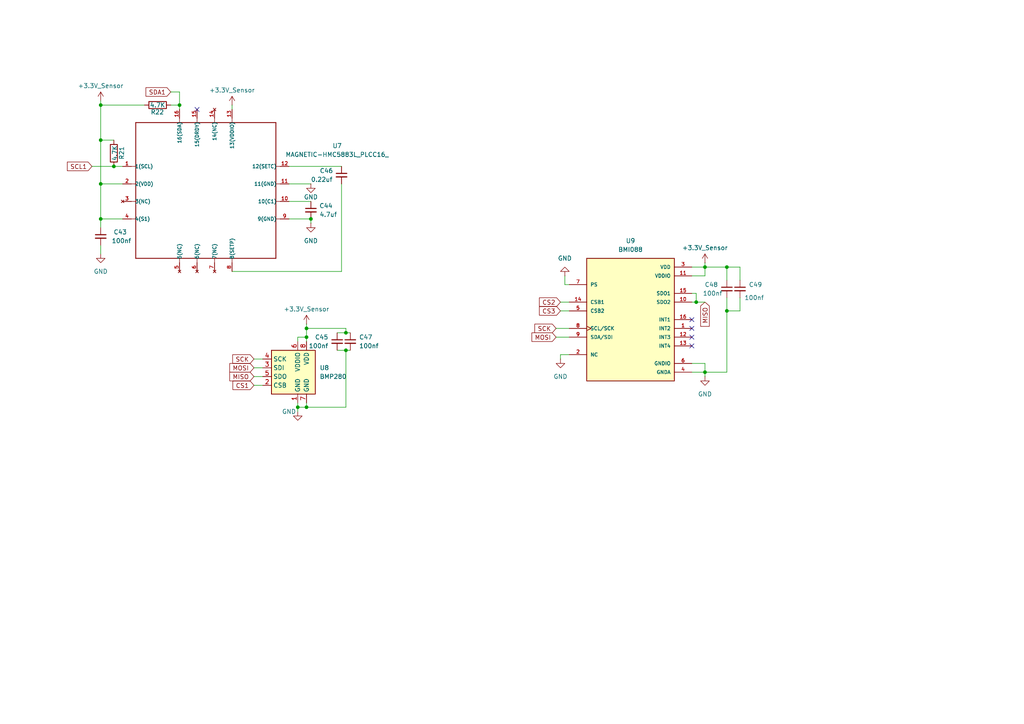
<source format=kicad_sch>
(kicad_sch (version 20231120) (generator "eeschema") (generator_version "8.0")
  (paper "A4")
  (lib_symbols
    (symbol "BMI088:BMI088" (pin_names (offset 1.016))
      (property "Reference" "U" (at -12.7 18.415 0))
      (property "Value" "BMI088" (at -12.7 -20.32 0))
      (symbol "BMI088_0_0"
        (rectangle (start -12.7 -17.78) (end 12.7 17.78) (stroke (width 0.254)) (fill (type background)))
        (pin bidirectional line (at 17.78 -2.54 180) (length 5.08) (name "INT2") (number "1"))
        (pin output line (at 17.78 5.08 180) (length 5.08) (name "SDO2") (number "10"))
        (pin power_in line (at 17.78 12.7 180) (length 5.08) (name "VDDIO") (number "11"))
        (pin bidirectional line (at 17.78 -5.08 180) (length 5.08) (name "INT3") (number "12"))
        (pin bidirectional line (at 17.78 -7.62 180) (length 5.08) (name "INT4") (number "13"))
        (pin input line (at -17.78 5.08 0) (length 5.08) (name "CSB1") (number "14"))
        (pin output line (at 17.78 7.62 180) (length 5.08) (name "SDO1") (number "15"))
        (pin bidirectional line (at 17.78 0 180) (length 5.08) (name "INT1") (number "16"))
        (pin passive line (at -17.78 -10.16 0) (length 5.08) (name "NC") (number "2"))
        (pin power_in line (at 17.78 15.24 180) (length 5.08) (name "VDD") (number "3"))
        (pin power_in line (at 17.78 -15.24 180) (length 5.08) (name "GNDA") (number "4"))
        (pin input line (at -17.78 2.54 0) (length 5.08) (name "CSB2") (number "5"))
        (pin power_in line (at 17.78 -12.7 180) (length 5.08) (name "GNDIO") (number "6"))
        (pin input line (at -17.78 10.16 0) (length 5.08) (name "PS") (number "7"))
        (pin input clock (at -17.78 -2.54 0) (length 5.08) (name "SCL/SCK") (number "8"))
        (pin bidirectional line (at -17.78 -5.08 0) (length 5.08) (name "SDA/SDI") (number "9"))
      )
    )
    (symbol "Device:C_Small" (pin_numbers hide) (pin_names (offset 0.254) hide)
      (property "Reference" "C" (at 0.254 1.778 0))
      (property "Value" "C_Small" (at 0.254 -2.032 0))
      (symbol "C_Small_0_1"
        (polyline (pts (xy -1.524 -0.508) (xy 1.524 -0.508)) (stroke (width 0.3302)))
        (polyline (pts (xy -1.524 0.508) (xy 1.524 0.508)) (stroke (width 0.3048)))
      )
      (symbol "C_Small_1_1"
        (pin passive line (at 0 2.54 270) (length 2.032) (name "~") (number "1"))
        (pin passive line (at 0 -2.54 90) (length 2.032) (name "~") (number "2"))
      )
    )
    (symbol "MAGNETIC-HMC5883L_PLCC16_:MAGNETIC-HMC5883L_PLCC16_" (pin_names (offset 1.016))
      (property "Reference" "U" (at 17.8072 22.8949 0))
      (symbol "MAGNETIC-HMC5883L_PLCC16__0_0"
        (polyline (pts (xy -21.59 -7.62) (xy -20.32 -7.62)) (stroke (width 0.1524)))
        (polyline (pts (xy -21.59 -2.54) (xy -20.32 -2.54)) (stroke (width 0.1524)))
        (polyline (pts (xy -21.59 2.54) (xy -20.32 2.54)) (stroke (width 0.1524)))
        (polyline (pts (xy -21.59 7.62) (xy -20.32 7.62)) (stroke (width 0.1524)))
        (polyline (pts (xy -20.32 -19.05) (xy -7.62 -19.05)) (stroke (width 0.254)))
        (polyline (pts (xy -20.32 -7.62) (xy -20.32 -19.05)) (stroke (width 0.254)))
        (polyline (pts (xy -20.32 -2.54) (xy -20.32 -7.62)) (stroke (width 0.254)))
        (polyline (pts (xy -20.32 2.54) (xy -20.32 -2.54)) (stroke (width 0.254)))
        (polyline (pts (xy -20.32 7.62) (xy -20.32 2.54)) (stroke (width 0.254)))
        (polyline (pts (xy -20.32 20.32) (xy -20.32 7.62)) (stroke (width 0.254)))
        (polyline (pts (xy -7.62 -20.32) (xy -7.62 -19.05)) (stroke (width 0.1524)))
        (polyline (pts (xy -7.62 -19.05) (xy -2.54 -19.05)) (stroke (width 0.254)))
        (polyline (pts (xy -7.62 20.32) (xy -20.32 20.32)) (stroke (width 0.254)))
        (polyline (pts (xy -7.62 20.32) (xy -7.62 21.59)) (stroke (width 0.1524)))
        (polyline (pts (xy -2.54 -20.32) (xy -2.54 -19.05)) (stroke (width 0.1524)))
        (polyline (pts (xy -2.54 -19.05) (xy 2.54 -19.05)) (stroke (width 0.254)))
        (polyline (pts (xy -2.54 20.32) (xy -7.62 20.32)) (stroke (width 0.254)))
        (polyline (pts (xy -2.54 20.32) (xy -2.54 21.59)) (stroke (width 0.1524)))
        (polyline (pts (xy 2.54 -20.32) (xy 2.54 -19.05)) (stroke (width 0.1524)))
        (polyline (pts (xy 2.54 -19.05) (xy 7.62 -19.05)) (stroke (width 0.254)))
        (polyline (pts (xy 2.54 20.32) (xy -2.54 20.32)) (stroke (width 0.254)))
        (polyline (pts (xy 2.54 20.32) (xy 2.54 21.59)) (stroke (width 0.1524)))
        (polyline (pts (xy 7.62 -20.32) (xy 7.62 -19.05)) (stroke (width 0.1524)))
        (polyline (pts (xy 7.62 -19.05) (xy 20.32 -19.05)) (stroke (width 0.254)))
        (polyline (pts (xy 7.62 20.32) (xy 2.54 20.32)) (stroke (width 0.254)))
        (polyline (pts (xy 7.62 20.32) (xy 7.62 21.59)) (stroke (width 0.1524)))
        (polyline (pts (xy 20.32 -19.05) (xy 20.32 -7.62)) (stroke (width 0.254)))
        (polyline (pts (xy 20.32 -7.62) (xy 20.32 -2.54)) (stroke (width 0.254)))
        (polyline (pts (xy 20.32 -7.62) (xy 21.59 -7.62)) (stroke (width 0.1524)))
        (polyline (pts (xy 20.32 -2.54) (xy 20.32 2.54)) (stroke (width 0.254)))
        (polyline (pts (xy 20.32 -2.54) (xy 21.59 -2.54)) (stroke (width 0.1524)))
        (polyline (pts (xy 20.32 2.54) (xy 20.32 7.62)) (stroke (width 0.254)))
        (polyline (pts (xy 20.32 2.54) (xy 21.59 2.54)) (stroke (width 0.1524)))
        (polyline (pts (xy 20.32 7.62) (xy 20.32 20.32)) (stroke (width 0.254)))
        (polyline (pts (xy 20.32 7.62) (xy 21.59 7.62)) (stroke (width 0.1524)))
        (polyline (pts (xy 20.32 20.32) (xy 7.62 20.32)) (stroke (width 0.254)))
        (pin bidirectional line (at -24.13 7.62 0) (length 2.54) (name "1(SCL)") (number "1"))
        (pin bidirectional line (at 24.13 -2.54 180) (length 2.54) (name "10(C1)") (number "10"))
        (pin power_in line (at 24.13 2.54 180) (length 2.54) (name "11(GND)") (number "11"))
        (pin bidirectional line (at 24.13 7.62 180) (length 2.54) (name "12(SETC)") (number "12"))
        (pin power_in line (at 7.62 24.13 270) (length 2.54) (name "13(VDDIO)") (number "13"))
        (pin no_connect line (at 2.54 24.13 270) (length 2.54) (name "14(NC)") (number "14"))
        (pin bidirectional line (at -2.54 24.13 270) (length 2.54) (name "15(DRDY)") (number "15"))
        (pin bidirectional line (at -7.62 24.13 270) (length 2.54) (name "16(SDA)") (number "16"))
        (pin power_in line (at -24.13 2.54 0) (length 2.54) (name "2(VDD)") (number "2"))
        (pin no_connect line (at -24.13 -2.54 0) (length 2.54) (name "3(NC)") (number "3"))
        (pin bidirectional line (at -24.13 -7.62 0) (length 2.54) (name "4(S1)") (number "4"))
        (pin no_connect line (at -7.62 -22.86 90) (length 2.54) (name "5(NC)") (number "5"))
        (pin no_connect line (at -2.54 -22.86 90) (length 2.54) (name "6(NC)") (number "6"))
        (pin no_connect line (at 2.54 -22.86 90) (length 2.54) (name "7(NC)") (number "7"))
        (pin bidirectional line (at 7.62 -22.86 90) (length 2.54) (name "8(SETP)") (number "8"))
        (pin power_in line (at 24.13 -7.62 180) (length 2.54) (name "9(GND)") (number "9"))
      )
    )
    (symbol "PCM_Resistor_AKL:R_0603" (pin_numbers hide) (pin_names (offset 0))
      (property "Reference" "R" (at 2.54 1.27 0))
      (property "Value" "R_0603" (at 2.54 -1.27 0))
      (symbol "R_0603_0_1"
        (rectangle (start -1.016 2.54) (end 1.016 -2.54) (stroke (width 0.254)))
      )
      (symbol "R_0603_0_2"
        (polyline (pts (xy -2.54 -2.54) (xy -1.524 -1.524)))
        (polyline (pts (xy 1.524 1.524) (xy 2.54 2.54)))
        (polyline (pts (xy 1.524 1.524) (xy 0.889 2.159) (xy -2.159 -0.889) (xy -0.889 -2.159) (xy 2.159 0.889) (xy 1.524 1.524)) (stroke (width 0.254)))
      )
      (symbol "R_0603_1_1"
        (pin passive line (at 0 3.81 270) (length 1.27) (name "~") (number "1"))
        (pin passive line (at 0 -3.81 90) (length 1.27) (name "~") (number "2"))
      )
      (symbol "R_0603_1_2"
        (pin passive line (at 2.54 2.54 180) (length 0) (name "") (number "1"))
        (pin passive line (at -2.54 -2.54 0) (length 0) (name "") (number "2"))
      )
    )
    (symbol "Sensor_Pressure:BMP280"
      (property "Reference" "U" (at -7.62 10.16 0))
      (property "Value" "BMP280" (at 5.08 10.16 0))
      (symbol "BMP280_0_1"
        (rectangle (start -7.62 -5.08) (end 5.08 7.62) (stroke (width 0.254)) (fill (type background)))
      )
      (symbol "BMP280_1_1"
        (pin power_in line (at 0 -7.62 90) (length 2.54) (name "GND") (number "1"))
        (pin input line (at -10.16 -2.54 0) (length 2.54) (name "CSB") (number "2"))
        (pin bidirectional line (at -10.16 2.54 0) (length 2.54) (name "SDI") (number "3"))
        (pin input line (at -10.16 5.08 0) (length 2.54) (name "SCK") (number "4"))
        (pin bidirectional line (at -10.16 0 0) (length 2.54) (name "SDO") (number "5"))
        (pin power_in line (at 0 10.16 270) (length 2.54) (name "VDDIO") (number "6"))
        (pin power_in line (at 2.54 -7.62 90) (length 2.54) (name "GND") (number "7"))
        (pin power_in line (at 2.54 10.16 270) (length 2.54) (name "VDD") (number "8"))
      )
    )
    (symbol "power:+3.3V" (power) (pin_numbers hide) (pin_names (offset 0) hide)
      (property "Value" "+3.3V" (at 0 3.556 0))
      (symbol "+3.3V_0_1"
        (polyline (pts (xy -0.762 1.27) (xy 0 2.54)))
        (polyline (pts (xy 0 0) (xy 0 2.54)))
        (polyline (pts (xy 0 2.54) (xy 0.762 1.27)))
      )
      (symbol "+3.3V_1_1"
        (pin power_in line (at 0 0 90) (length 0) (name "~") (number "1"))
      )
    )
    (symbol "power:GND" (power) (pin_numbers hide) (pin_names (offset 0) hide)
      (property "Value" "GND" (at 0 -3.81 0))
      (symbol "GND_0_1"
        (polyline (pts (xy 0 0) (xy 0 -1.27) (xy 1.27 -1.27) (xy 0 -2.54) (xy -1.27 -1.27) (xy 0 -1.27)))
      )
      (symbol "GND_1_1"
        (pin power_in line (at 0 0 270) (length 0) (name "~") (number "1"))
      )
    )
  )
  (junction (at 210.82 77.47))
  (junction (at 29.21 53.34))
  (junction (at 210.82 90.17))
  (junction (at 90.17 63.5))
  (junction (at 29.21 40.64))
  (junction (at 88.9 97.79))
  (junction (at 52.07 30.48))
  (junction (at 86.36 118.11))
  (junction (at 88.9 95.25))
  (junction (at 100.33 101.6))
  (junction (at 204.47 107.95))
  (junction (at 33.02 48.26))
  (junction (at 204.47 77.47))
  (junction (at 29.21 30.48))
  (junction (at 88.9 118.11))
  (junction (at 201.93 87.63))
  (junction (at 100.33 96.52))
  (junction (at 29.21 63.5))
  (no_connect (at 200.66 95.25))
  (no_connect (at 200.66 100.33))
  (no_connect (at 200.66 92.71))
  (no_connect (at 57.15 31.75))
  (no_connect (at 200.66 97.79))
  (wire (pts (xy 210.82 77.47) (xy 210.82 81.28)))
  (wire (pts (xy 83.82 63.5) (xy 90.17 63.5)))
  (wire (pts (xy 90.17 58.42) (xy 83.82 58.42)))
  (wire (pts (xy 214.63 90.17) (xy 210.82 90.17)))
  (wire (pts (xy 86.36 118.11) (xy 86.36 119.38)))
  (wire (pts (xy 100.33 96.52) (xy 101.6 96.52)))
  (wire (pts (xy 165.1 102.87) (xy 162.56 102.87)))
  (wire (pts (xy 29.21 73.66) (xy 29.21 71.12)))
  (wire (pts (xy 49.53 30.48) (xy 52.07 30.48)))
  (wire (pts (xy 100.33 101.6) (xy 100.33 118.11)))
  (wire (pts (xy 99.06 78.74) (xy 99.06 53.34)))
  (wire (pts (xy 29.21 63.5) (xy 35.56 63.5)))
  (wire (pts (xy 88.9 95.25) (xy 100.33 95.25)))
  (wire (pts (xy 210.82 86.36) (xy 210.82 90.17)))
  (wire (pts (xy 83.82 48.26) (xy 99.06 48.26)))
  (wire (pts (xy 214.63 86.36) (xy 214.63 90.17)))
  (wire (pts (xy 204.47 80.01) (xy 204.47 77.47)))
  (wire (pts (xy 90.17 64.77) (xy 90.17 63.5)))
  (wire (pts (xy 29.21 30.48) (xy 41.91 30.48)))
  (wire (pts (xy 67.31 78.74) (xy 99.06 78.74)))
  (wire (pts (xy 83.82 53.34) (xy 90.17 53.34)))
  (wire (pts (xy 26.67 48.26) (xy 33.02 48.26)))
  (wire (pts (xy 161.29 97.79) (xy 165.1 97.79)))
  (wire (pts (xy 73.66 111.76) (xy 76.2 111.76)))
  (wire (pts (xy 100.33 96.52) (xy 100.33 95.25)))
  (wire (pts (xy 52.07 26.67) (xy 52.07 30.48)))
  (wire (pts (xy 204.47 76.2) (xy 204.47 77.47)))
  (wire (pts (xy 200.66 77.47) (xy 204.47 77.47)))
  (wire (pts (xy 204.47 77.47) (xy 210.82 77.47)))
  (wire (pts (xy 200.66 85.09) (xy 201.93 85.09)))
  (wire (pts (xy 200.66 87.63) (xy 201.93 87.63)))
  (wire (pts (xy 88.9 116.84) (xy 88.9 118.11)))
  (wire (pts (xy 29.21 40.64) (xy 29.21 53.34)))
  (wire (pts (xy 201.93 87.63) (xy 204.47 87.63)))
  (wire (pts (xy 214.63 77.47) (xy 214.63 81.28)))
  (wire (pts (xy 88.9 118.11) (xy 86.36 118.11)))
  (wire (pts (xy 201.93 85.09) (xy 201.93 87.63)))
  (wire (pts (xy 29.21 40.64) (xy 33.02 40.64)))
  (wire (pts (xy 73.66 106.68) (xy 76.2 106.68)))
  (wire (pts (xy 163.83 80.01) (xy 163.83 82.55)))
  (wire (pts (xy 49.53 26.67) (xy 52.07 26.67)))
  (wire (pts (xy 73.66 104.14) (xy 76.2 104.14)))
  (wire (pts (xy 29.21 29.21) (xy 29.21 30.48)))
  (wire (pts (xy 165.1 82.55) (xy 163.83 82.55)))
  (wire (pts (xy 210.82 77.47) (xy 214.63 77.47)))
  (wire (pts (xy 161.29 95.25) (xy 165.1 95.25)))
  (wire (pts (xy 204.47 105.41) (xy 204.47 107.95)))
  (wire (pts (xy 204.47 109.22) (xy 204.47 107.95)))
  (wire (pts (xy 86.36 97.79) (xy 88.9 97.79)))
  (wire (pts (xy 88.9 93.98) (xy 88.9 95.25)))
  (wire (pts (xy 29.21 30.48) (xy 29.21 40.64)))
  (wire (pts (xy 100.33 101.6) (xy 101.6 101.6)))
  (wire (pts (xy 200.66 80.01) (xy 204.47 80.01)))
  (wire (pts (xy 200.66 105.41) (xy 204.47 105.41)))
  (wire (pts (xy 162.56 90.17) (xy 165.1 90.17)))
  (wire (pts (xy 86.36 99.06) (xy 86.36 97.79)))
  (wire (pts (xy 210.82 107.95) (xy 204.47 107.95)))
  (wire (pts (xy 86.36 116.84) (xy 86.36 118.11)))
  (wire (pts (xy 88.9 95.25) (xy 88.9 97.79)))
  (wire (pts (xy 97.79 101.6) (xy 100.33 101.6)))
  (wire (pts (xy 29.21 53.34) (xy 35.56 53.34)))
  (wire (pts (xy 67.31 30.48) (xy 67.31 31.75)))
  (wire (pts (xy 162.56 87.63) (xy 165.1 87.63)))
  (wire (pts (xy 204.47 107.95) (xy 200.66 107.95)))
  (wire (pts (xy 29.21 63.5) (xy 29.21 66.04)))
  (wire (pts (xy 29.21 53.34) (xy 29.21 63.5)))
  (wire (pts (xy 100.33 118.11) (xy 88.9 118.11)))
  (wire (pts (xy 210.82 90.17) (xy 210.82 107.95)))
  (wire (pts (xy 88.9 97.79) (xy 88.9 99.06)))
  (wire (pts (xy 33.02 48.26) (xy 35.56 48.26)))
  (wire (pts (xy 52.07 30.48) (xy 52.07 31.75)))
  (wire (pts (xy 97.79 96.52) (xy 100.33 96.52)))
  (wire (pts (xy 162.56 102.87) (xy 162.56 104.14)))
  (wire (pts (xy 73.66 109.22) (xy 76.2 109.22)))
  (global_label "CS3" (shape input) (at 162.56 90.17 180) (property "Intersheetrefs" "${INTERSHEET_REFS}" (effects (hide yes))))
  (global_label "CS2" (shape input) (at 162.56 87.63 180) (property "Intersheetrefs" "${INTERSHEET_REFS}" (effects (hide yes))))
  (global_label "MOSI" (shape input) (at 73.66 106.68 180) (property "Intersheetrefs" "${INTERSHEET_REFS}" (effects (hide yes))))
  (global_label "SDA1" (shape input) (at 49.53 26.67 180) (property "Intersheetrefs" "${INTERSHEET_REFS}" (effects (hide yes))))
  (global_label "SCL1" (shape input) (at 26.67 48.26 180) (property "Intersheetrefs" "${INTERSHEET_REFS}" (effects (hide yes))))
  (global_label "CS1" (shape input) (at 73.66 111.76 180) (property "Intersheetrefs" "${INTERSHEET_REFS}" (effects (hide yes))))
  (global_label "MOSI" (shape input) (at 161.29 97.79 180) (property "Intersheetrefs" "${INTERSHEET_REFS}" (effects (hide yes))))
  (global_label "SCK" (shape input) (at 73.66 104.14 180) (property "Intersheetrefs" "${INTERSHEET_REFS}" (effects (hide yes))))
  (global_label "MISO" (shape input) (at 73.66 109.22 180) (property "Intersheetrefs" "${INTERSHEET_REFS}" (effects (hide yes))))
  (global_label "MISO" (shape input) (at 204.47 87.63 270) (property "Intersheetrefs" "${INTERSHEET_REFS}" (effects (hide yes))))
  (global_label "SCK" (shape input) (at 161.29 95.25 180) (property "Intersheetrefs" "${INTERSHEET_REFS}" (effects (hide yes))))
  (symbol (lib_id "BMI088:BMI088") (at 182.88 92.71 0) (unit 1)
    (property "Reference" "U9" (at 182.88 69.85 0))
    (property "Value" "BMI088" (at 182.88 72.39 0))
    (property "Footprint" "Customs:PQFN50P450X300X100-16N" (effects (hide yes)))
    (property "MF" "Bosch Sensortec" (effects (hide yes)))
    (property "PURCHASE-URL" "https://pricing.snapeda.com/search/part/BMI088/?ref=eda" (effects (hide yes)))
    (property "PACKAGE" "VFLGA-16 Bosch Sensortec" (effects (hide yes)))
    (property "PRICE" "None" (effects (hide yes)))
    (property "Package" "VFLGA-16 Bosch Sensortec" (effects (hide yes)))
    (property "Check_prices" "https://www.snapeda.com/parts/BMI088/Bosch+Sensortec/view-part/?ref=eda" (effects (hide yes)))
    (property "Price" "None" (effects (hide yes)))
    (property "SnapEDA_Link" "https://www.snapeda.com/parts/BMI088/Bosch+Sensortec/view-part/?ref=snap" (effects (hide yes)))
    (property "MP" "BMI088" (effects (hide yes)))
    (property "Purchase-URL" "https://www.snapeda.com/api/url_track_click_mouser/?unipart_id=2774026&manufacturer=Bosch Sensortec&part_name=BMI088&search_term=bmi088" (effects (hide yes)))
    (property "Description_1" "\nAccelerometer, Gyroscope, 6 Axis Sensor I²C, SPI Output\n" (effects (hide yes)))
    (property "Availability" "In Stock" (effects (hide yes)))
    (property "AVAILABILITY" "In Stock" (effects (hide yes)))
    (property "DESCRIPTION" "Accelerometer, Gyroscope, 6 Axis Sensor I²C, SPI Output" (effects (hide yes)))
  )
  (symbol (lib_id "power:GND") (at 90.17 64.77 0) (mirror y) (unit 1)
    (property "Reference" "#PWR063" (effects (hide yes)))
    (property "Value" "GND" (at 90.17 69.85 0))
    (property "Description" "Power symbol creates a global label with name \"GND\" , ground" (effects (hide yes)))
  )
  (symbol (lib_id "Device:C_Small") (at 99.06 50.8 0) (unit 1)
    (property "Reference" "C46" (at 92.71 49.53 0) (effects (justify left)))
    (property "Value" "0.22uf" (at 90.17 52.07 0) (effects (justify left)))
    (property "Footprint" "Capacitor_SMD:C_0805_2012Metric_Pad1.18x1.45mm_HandSolder" (effects (hide yes)))
    (property "Description" "Unpolarized capacitor, small symbol" (effects (hide yes)))
  )
  (symbol (lib_id "Device:C_Small") (at 210.82 83.82 0) (mirror y) (unit 1)
    (property "Reference" "C48" (at 208.28 82.5562 0) (effects (justify left)))
    (property "Value" "100nf" (at 209.55 85.09 0) (effects (justify left)))
    (property "Footprint" "Capacitor_SMD:C_0603_1608Metric_Pad1.08x0.95mm_HandSolder" (effects (hide yes)))
    (property "Description" "Unpolarized capacitor, small symbol" (effects (hide yes)))
  )
  (symbol (lib_id "power:GND") (at 162.56 104.14 0) (unit 1)
    (property "Reference" "#PWR064" (effects (hide yes)))
    (property "Value" "GND" (at 162.56 109.22 0))
    (property "Description" "Power symbol creates a global label with name \"GND\" , ground" (effects (hide yes)))
  )
  (symbol (lib_id "power:+3.3V") (at 29.21 29.21 0) (unit 1)
    (property "Reference" "#PWR057" (effects (hide yes)))
    (property "Value" "+3.3V_Sensor" (at 29.21 24.892 0))
    (property "Description" "Power symbol creates a global label with name \"+3.3V\"" (effects (hide yes)))
  )
  (symbol (lib_id "Device:C_Small") (at 101.6 99.06 0) (unit 1)
    (property "Reference" "C47" (at 104.14 97.7962 0) (effects (justify left)))
    (property "Value" "100nf" (at 104.14 100.33 0) (effects (justify left)))
    (property "Footprint" "Capacitor_SMD:C_0603_1608Metric_Pad1.08x0.95mm_HandSolder" (effects (hide yes)))
    (property "Description" "Unpolarized capacitor, small symbol" (effects (hide yes)))
  )
  (symbol (lib_id "power:GND") (at 90.17 53.34 0) (unit 1)
    (property "Reference" "#PWR062" (effects (hide yes)))
    (property "Value" "GND" (at 90.17 57.15 0))
    (property "Description" "Power symbol creates a global label with name \"GND\" , ground" (effects (hide yes)))
  )
  (symbol (lib_id "power:+3.3V") (at 88.9 93.98 0) (unit 1)
    (property "Reference" "#PWR061" (effects (hide yes)))
    (property "Value" "+3.3V_Sensor" (at 88.9 89.662 0))
    (property "Description" "Power symbol creates a global label with name \"+3.3V\"" (effects (hide yes)))
  )
  (symbol (lib_id "power:GND") (at 163.83 80.01 180) (unit 1)
    (property "Reference" "#PWR065" (effects (hide yes)))
    (property "Value" "GND" (at 163.83 74.93 0))
    (property "Description" "Power symbol creates a global label with name \"GND\" , ground" (effects (hide yes)))
  )
  (symbol (lib_id "Device:C_Small") (at 97.79 99.06 0) (mirror y) (unit 1)
    (property "Reference" "C45" (at 95.25 97.7962 0) (effects (justify left)))
    (property "Value" "100nf" (at 95.25 100.33 0) (effects (justify left)))
    (property "Footprint" "Capacitor_SMD:C_0603_1608Metric_Pad1.08x0.95mm_HandSolder" (effects (hide yes)))
    (property "Description" "Unpolarized capacitor, small symbol" (effects (hide yes)))
  )
  (symbol (lib_id "power:+3.3V") (at 204.47 76.2 0) (unit 1)
    (property "Reference" "#PWR059" (effects (hide yes)))
    (property "Value" "+3.3V_Sensor" (at 204.47 71.882 0))
    (property "Description" "Power symbol creates a global label with name \"+3.3V\"" (effects (hide yes)))
  )
  (symbol (lib_id "MAGNETIC-HMC5883L_PLCC16_:MAGNETIC-HMC5883L_PLCC16_") (at 59.69 55.88 0) (unit 1)
    (property "Reference" "U7" (at 97.79 42.2908 0))
    (property "Value" "MAGNETIC-HMC5883L_PLCC16_" (at 97.79 44.8308 0))
    (property "Footprint" "Customs:PLCC16-0.5-3X3MM" (effects (hide yes)))
    (property "MF" "Honeywell Aerospace" (effects (hide yes)))
    (property "Description_1" "\n                        \n                            HMC5883L series Magnetic, Digital Compass Sensor Evaluation Board\n                        \n" (effects (hide yes)))
    (property "Package" "None" (effects (hide yes)))
    (property "MPN" "HMC5883L" (effects (hide yes)))
    (property "Price" "None" (effects (hide yes)))
    (property "VALUE" "HMC5883L" (effects (hide yes)))
    (property "SnapEDA_Link" "https://www.snapeda.com/parts/HMC5883L/Honeywell/view-part/?ref=snap" (effects (hide yes)))
    (property "MP" "HMC5883L" (effects (hide yes)))
    (property "Availability" "In Stock" (effects (hide yes)))
    (property "Check_prices" "https://www.snapeda.com/parts/HMC5883L/Honeywell/view-part/?ref=eda" (effects (hide yes)))
  )
  (symbol (lib_id "power:+3.3V") (at 67.31 30.48 0) (unit 1)
    (property "Reference" "#PWR056" (effects (hide yes)))
    (property "Value" "+3.3V_Sensor" (at 67.31 26.162 0))
    (property "Description" "Power symbol creates a global label with name \"+3.3V\"" (effects (hide yes)))
  )
  (symbol (lib_id "Sensor_Pressure:BMP280") (at 86.36 109.22 0) (unit 1)
    (property "Reference" "U8" (at 92.71 106.6799 0) (effects (justify left)))
    (property "Value" "BMP280" (at 92.71 109.2199 0) (effects (justify left)))
    (property "Footprint" "Package_LGA:Bosch_LGA-8_2x2.5mm_P0.65mm_ClockwisePinNumbering" (effects (hide yes)))
    (property "Datasheet" "https://ae-bst.resource.bosch.com/media/_tech/media/datasheets/BST-BMP280-DS001.pdf" (effects (hide yes)))
    (property "Description" "Absolute Barometric Pressure Sensor, LGA-8" (effects (hide yes)))
  )
  (symbol (lib_id "Device:C_Small") (at 214.63 83.82 0) (unit 1)
    (property "Reference" "C49" (at 217.17 82.5562 0) (effects (justify left)))
    (property "Value" "100nf" (at 215.9 86.36 0) (effects (justify left)))
    (property "Footprint" "Capacitor_SMD:C_0603_1608Metric_Pad1.08x0.95mm_HandSolder" (effects (hide yes)))
    (property "Description" "Unpolarized capacitor, small symbol" (effects (hide yes)))
  )
  (symbol (lib_id "power:GND") (at 86.36 119.38 0) (unit 1)
    (property "Reference" "#PWR060" (effects (hide yes)))
    (property "Value" "GND" (at 83.82 119.38 0))
    (property "Description" "Power symbol creates a global label with name \"GND\" , ground" (effects (hide yes)))
  )
  (symbol (lib_id "PCM_Resistor_AKL:R_0603") (at 45.72 30.48 270) (unit 1)
    (property "Reference" "R22" (at 43.688 32.512 90) (effects (justify left)))
    (property "Value" "4.7K" (at 43.434 30.48 90) (effects (justify left)))
    (property "Footprint" "Resistor_SMD:R_0603_1608Metric_Pad0.98x0.95mm_HandSolder" (effects (hide yes)))
    (property "Description" "SMD 0603 Chip Resistor, European Symbol, Alternate KiCad Library" (effects (hide yes)))
  )
  (symbol (lib_id "PCM_Resistor_AKL:R_0603") (at 33.02 44.45 180) (unit 1)
    (property "Reference" "R21" (at 35.306 42.418 90) (effects (justify left)))
    (property "Value" "4.7K" (at 33.274 42.164 90) (effects (justify left)))
    (property "Footprint" "Resistor_SMD:R_0603_1608Metric_Pad0.98x0.95mm_HandSolder" (effects (hide yes)))
    (property "Description" "SMD 0603 Chip Resistor, European Symbol, Alternate KiCad Library" (effects (hide yes)))
  )
  (symbol (lib_id "Device:C_Small") (at 90.17 60.96 0) (mirror y) (unit 1)
    (property "Reference" "C44" (at 96.52 59.69 0) (effects (justify left)))
    (property "Value" "4.7uf" (at 97.79 62.23 0) (effects (justify left)))
    (property "Footprint" "Capacitor_SMD:C_0603_1608Metric_Pad1.08x0.95mm_HandSolder" (effects (hide yes)))
    (property "Description" "Unpolarized capacitor, small symbol" (effects (hide yes)))
  )
  (symbol (lib_id "power:GND") (at 29.21 73.66 0) (unit 1)
    (property "Reference" "#PWR058" (effects (hide yes)))
    (property "Value" "GND" (at 29.21 78.74 0))
    (property "Description" "Power symbol creates a global label with name \"GND\" , ground" (effects (hide yes)))
  )
  (symbol (lib_id "Device:C_Small") (at 29.21 68.58 0) (mirror y) (unit 1)
    (property "Reference" "C43" (at 36.83 67.31 0) (effects (justify left)))
    (property "Value" "100nf" (at 38.1 69.85 0) (effects (justify left)))
    (property "Footprint" "Capacitor_SMD:C_0603_1608Metric_Pad1.08x0.95mm_HandSolder" (effects (hide yes)))
    (property "Description" "Unpolarized capacitor, small symbol" (effects (hide yes)))
  )
  (symbol (lib_id "power:GND") (at 204.47 109.22 0) (unit 1)
    (property "Reference" "#PWR067" (effects (hide yes)))
    (property "Value" "GND" (at 204.47 114.3 0))
    (property "Description" "Power symbol creates a global label with name \"GND\" , ground" (effects (hide yes)))
  )
)
</source>
